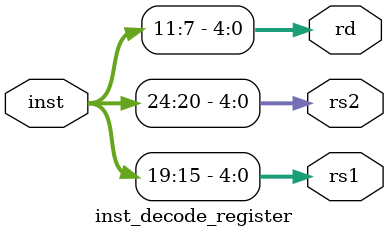
<source format=v>
`default_nettype none

module inst_decode_register(
    input wire[31:0] inst,
    output reg[4:0] rs1,
    output reg[4:0] rs2,
    output reg[4:0] rd
);

always @* begin
    rs2 = inst[24:20];
    rs1 = inst[19:15];
    rd = inst[11:7];
end

endmodule

</source>
